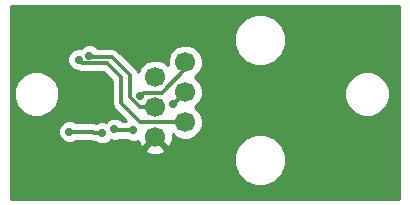
<source format=gbl>
G04 #@! TF.FileFunction,Copper,L2,Bot,Signal*
%FSLAX46Y46*%
G04 Gerber Fmt 4.6, Leading zero omitted, Abs format (unit mm)*
G04 Created by KiCad (PCBNEW 4.0.7) date 11/21/18 11:04:14*
%MOMM*%
%LPD*%
G01*
G04 APERTURE LIST*
%ADD10C,0.150000*%
%ADD11C,0.600000*%
%ADD12C,1.700000*%
%ADD13R,2.499360X2.499360*%
%ADD14C,0.700000*%
%ADD15C,0.300000*%
%ADD16C,0.254000*%
G04 APERTURE END LIST*
D10*
D11*
X138900000Y-94600000D03*
X138900000Y-95600000D03*
X138900000Y-96600000D03*
X138900000Y-97600000D03*
X137800000Y-97600000D03*
X136800000Y-97600000D03*
X137800000Y-96600000D03*
X136800000Y-96600000D03*
X137800000Y-95600000D03*
X136800000Y-95600000D03*
X137800000Y-94600000D03*
X136800000Y-94600000D03*
X136500000Y-104000000D03*
X137500000Y-104000000D03*
X136500000Y-105000000D03*
X137500000Y-105000000D03*
X136500000Y-106000000D03*
X137500000Y-106000000D03*
X136500000Y-107000000D03*
X137500000Y-107000000D03*
X138600000Y-107000000D03*
X138600000Y-106000000D03*
X138600000Y-105000000D03*
X138600000Y-104000000D03*
D12*
X148060000Y-103675000D03*
X148060000Y-101135000D03*
X148060000Y-98595000D03*
X150600000Y-99865000D03*
X150600000Y-97325000D03*
X150600000Y-102405000D03*
D11*
X162800000Y-93300000D03*
X163800000Y-93300000D03*
X162800000Y-94500000D03*
X163800000Y-94500000D03*
X162800000Y-95500000D03*
X163800000Y-95500000D03*
X162800000Y-96500000D03*
X163800000Y-96500000D03*
X162800000Y-97500000D03*
X162800000Y-98500000D03*
X162800000Y-99500000D03*
X162800000Y-100500000D03*
X162800000Y-101500000D03*
X162800000Y-102500000D03*
X162800000Y-103500000D03*
X163800000Y-103500000D03*
X162800000Y-104500000D03*
X163800000Y-104500000D03*
X162800000Y-105500000D03*
X163800000Y-105500000D03*
X162800000Y-106500000D03*
X163800000Y-106500000D03*
X161700000Y-106500000D03*
X160700000Y-106500000D03*
X161700000Y-105500000D03*
X160700000Y-105500000D03*
X161700000Y-104500000D03*
X160700000Y-104500000D03*
X161700000Y-103500000D03*
X160700000Y-103500000D03*
X161700000Y-102500000D03*
X160700000Y-102500000D03*
X161700000Y-101500000D03*
X160700000Y-101500000D03*
X161700000Y-100500000D03*
X160700000Y-100500000D03*
X161700000Y-99500000D03*
X160700000Y-99500000D03*
X161700000Y-98500000D03*
X160700000Y-98500000D03*
X161700000Y-97500000D03*
X160700000Y-97500000D03*
X161700000Y-96500000D03*
X160700000Y-96500000D03*
X161700000Y-95500000D03*
X160700000Y-95500000D03*
X161700000Y-94500000D03*
X160700000Y-94500000D03*
X161700000Y-93300000D03*
X160700000Y-93300000D03*
X164800000Y-93300000D03*
X165800000Y-93300000D03*
X164800000Y-94500000D03*
X165800000Y-94500000D03*
X164800000Y-95500000D03*
X165800000Y-95500000D03*
X164800000Y-96500000D03*
X165800000Y-96500000D03*
X164800000Y-103500000D03*
X165800000Y-103500000D03*
X164800000Y-104500000D03*
X165800000Y-104500000D03*
X164800000Y-105500000D03*
X165800000Y-105500000D03*
X164800000Y-106500000D03*
X165800000Y-106500000D03*
X167900000Y-106500000D03*
X166900000Y-106500000D03*
X167900000Y-105500000D03*
X166900000Y-105500000D03*
X167900000Y-104500000D03*
X166900000Y-104500000D03*
X167900000Y-103500000D03*
X166900000Y-103500000D03*
X167900000Y-96500000D03*
X166900000Y-96500000D03*
X167900000Y-95500000D03*
X166900000Y-95500000D03*
X167900000Y-94500000D03*
X166900000Y-94500000D03*
X167900000Y-93300000D03*
X166900000Y-93300000D03*
X143000000Y-100000000D03*
X143762000Y-99238000D03*
X142238000Y-99238000D03*
X143762000Y-100762000D03*
X142238000Y-100762000D03*
D13*
X143000000Y-100000000D03*
D14*
X142500000Y-96800000D03*
X141600000Y-97100000D03*
X146800000Y-100200000D03*
X143600000Y-103300000D03*
X140800000Y-103200000D03*
X149600000Y-100900000D03*
X146200000Y-103100000D03*
X144600000Y-103000000D03*
D15*
X146735000Y-101135000D02*
X148060000Y-101135000D01*
X145900000Y-100300000D02*
X146735000Y-101135000D01*
X145900000Y-98400000D02*
X145900000Y-100300000D01*
X144400000Y-96900000D02*
X145900000Y-98400000D01*
X142600000Y-96900000D02*
X144400000Y-96900000D01*
X142500000Y-96800000D02*
X142600000Y-96900000D01*
X150595000Y-102400000D02*
X150600000Y-102405000D01*
X146800000Y-102400000D02*
X150595000Y-102400000D01*
X145200000Y-100800000D02*
X146800000Y-102400000D01*
X145200000Y-98600000D02*
X145200000Y-100800000D01*
X144000000Y-97400000D02*
X145200000Y-98600000D01*
X141900000Y-97400000D02*
X144000000Y-97400000D01*
X141600000Y-97100000D02*
X141900000Y-97400000D01*
X150600000Y-97325000D02*
X150600000Y-97900000D01*
X150600000Y-97900000D02*
X148600000Y-99900000D01*
X147100000Y-99900000D02*
X146800000Y-100200000D01*
X148600000Y-99900000D02*
X147100000Y-99900000D01*
X142900000Y-103300000D02*
X143600000Y-103300000D01*
X142800000Y-103200000D02*
X142900000Y-103300000D01*
X140800000Y-103200000D02*
X142800000Y-103200000D01*
X149600000Y-100900000D02*
X150600000Y-99900000D01*
X150600000Y-99900000D02*
X150600000Y-99865000D01*
X144700000Y-103100000D02*
X146200000Y-103100000D01*
X144600000Y-103000000D02*
X144700000Y-103100000D01*
D16*
G36*
X168673000Y-108873000D02*
X135877000Y-108873000D01*
X135877000Y-106019054D01*
X154732616Y-106019054D01*
X155069423Y-106834189D01*
X155692530Y-107458386D01*
X156507077Y-107796615D01*
X157389054Y-107797384D01*
X158204189Y-107460577D01*
X158828386Y-106837470D01*
X159166615Y-106022923D01*
X159167384Y-105140946D01*
X158830577Y-104325811D01*
X158207470Y-103701614D01*
X157392923Y-103363385D01*
X156510946Y-103362616D01*
X155695811Y-103699423D01*
X155071614Y-104322530D01*
X154733385Y-105137077D01*
X154732616Y-106019054D01*
X135877000Y-106019054D01*
X135877000Y-104718958D01*
X147195647Y-104718958D01*
X147275920Y-104970259D01*
X147831279Y-105171718D01*
X148421458Y-105145315D01*
X148844080Y-104970259D01*
X148924353Y-104718958D01*
X148060000Y-103854605D01*
X147195647Y-104718958D01*
X135877000Y-104718958D01*
X135877000Y-103393485D01*
X139822830Y-103393485D01*
X139971256Y-103752703D01*
X140245851Y-104027778D01*
X140604810Y-104176830D01*
X140993485Y-104177170D01*
X141352703Y-104028744D01*
X141404537Y-103977000D01*
X142541512Y-103977000D01*
X142602655Y-104017854D01*
X142900000Y-104077000D01*
X142995162Y-104077000D01*
X143045851Y-104127778D01*
X143404810Y-104276830D01*
X143793485Y-104277170D01*
X144152703Y-104128744D01*
X144334238Y-103947526D01*
X144404810Y-103976830D01*
X144793485Y-103977170D01*
X145035915Y-103877000D01*
X145595162Y-103877000D01*
X145645851Y-103927778D01*
X146004810Y-104076830D01*
X146393485Y-104077170D01*
X146587912Y-103996834D01*
X146589685Y-104036458D01*
X146764741Y-104459080D01*
X147016042Y-104539353D01*
X147880395Y-103675000D01*
X147866253Y-103660858D01*
X148045858Y-103481253D01*
X148060000Y-103495395D01*
X148074143Y-103481253D01*
X148253748Y-103660858D01*
X148239605Y-103675000D01*
X149103958Y-104539353D01*
X149355259Y-104459080D01*
X149556718Y-103903721D01*
X149535491Y-103429250D01*
X149762254Y-103656409D01*
X150304918Y-103881743D01*
X150892505Y-103882256D01*
X151435560Y-103657870D01*
X151851409Y-103242746D01*
X152076743Y-102700082D01*
X152077256Y-102112495D01*
X151852870Y-101569440D01*
X151437746Y-101153591D01*
X151393537Y-101135234D01*
X151435560Y-101117870D01*
X151851409Y-100702746D01*
X151984751Y-100381622D01*
X164072666Y-100381622D01*
X164365416Y-101090132D01*
X164907017Y-101632678D01*
X165615014Y-101926665D01*
X166381622Y-101927334D01*
X167090132Y-101634584D01*
X167632678Y-101092983D01*
X167926665Y-100384986D01*
X167927334Y-99618378D01*
X167634584Y-98909868D01*
X167092983Y-98367322D01*
X166384986Y-98073335D01*
X165618378Y-98072666D01*
X164909868Y-98365416D01*
X164367322Y-98907017D01*
X164073335Y-99615014D01*
X164072666Y-100381622D01*
X151984751Y-100381622D01*
X152076743Y-100160082D01*
X152077256Y-99572495D01*
X151852870Y-99029440D01*
X151437746Y-98613591D01*
X151393537Y-98595234D01*
X151435560Y-98577870D01*
X151851409Y-98162746D01*
X152076743Y-97620082D01*
X152077256Y-97032495D01*
X151852870Y-96489440D01*
X151437746Y-96073591D01*
X150921085Y-95859054D01*
X154732616Y-95859054D01*
X155069423Y-96674189D01*
X155692530Y-97298386D01*
X156507077Y-97636615D01*
X157389054Y-97637384D01*
X158204189Y-97300577D01*
X158828386Y-96677470D01*
X159166615Y-95862923D01*
X159167384Y-94980946D01*
X158830577Y-94165811D01*
X158207470Y-93541614D01*
X157392923Y-93203385D01*
X156510946Y-93202616D01*
X155695811Y-93539423D01*
X155071614Y-94162530D01*
X154733385Y-94977077D01*
X154732616Y-95859054D01*
X150921085Y-95859054D01*
X150895082Y-95848257D01*
X150307495Y-95847744D01*
X149764440Y-96072130D01*
X149348591Y-96487254D01*
X149123257Y-97029918D01*
X149122786Y-97569024D01*
X148897746Y-97343591D01*
X148355082Y-97118257D01*
X147767495Y-97117744D01*
X147224440Y-97342130D01*
X146808591Y-97757254D01*
X146633178Y-98179694D01*
X146617854Y-98102655D01*
X146449422Y-97850578D01*
X144949422Y-96350578D01*
X144697345Y-96182146D01*
X144400000Y-96123000D01*
X143204664Y-96123000D01*
X143054149Y-95972222D01*
X142695190Y-95823170D01*
X142306515Y-95822830D01*
X141947297Y-95971256D01*
X141795118Y-96123170D01*
X141406515Y-96122830D01*
X141047297Y-96271256D01*
X140772222Y-96545851D01*
X140623170Y-96904810D01*
X140622830Y-97293485D01*
X140771256Y-97652703D01*
X141045851Y-97927778D01*
X141404810Y-98076830D01*
X141541437Y-98076950D01*
X141602655Y-98117854D01*
X141900000Y-98177000D01*
X143678156Y-98177000D01*
X144423000Y-98921844D01*
X144423000Y-100800000D01*
X144482146Y-101097345D01*
X144650578Y-101349422D01*
X145609822Y-102308666D01*
X145595463Y-102323000D01*
X145304664Y-102323000D01*
X145154149Y-102172222D01*
X144795190Y-102023170D01*
X144406515Y-102022830D01*
X144047297Y-102171256D01*
X143865762Y-102352474D01*
X143795190Y-102323170D01*
X143406515Y-102322830D01*
X143047297Y-102471256D01*
X143046516Y-102472035D01*
X142800000Y-102423000D01*
X141404838Y-102423000D01*
X141354149Y-102372222D01*
X140995190Y-102223170D01*
X140606515Y-102222830D01*
X140247297Y-102371256D01*
X139972222Y-102645851D01*
X139823170Y-103004810D01*
X139822830Y-103393485D01*
X135877000Y-103393485D01*
X135877000Y-100381622D01*
X136072666Y-100381622D01*
X136365416Y-101090132D01*
X136907017Y-101632678D01*
X137615014Y-101926665D01*
X138381622Y-101927334D01*
X139090132Y-101634584D01*
X139632678Y-101092983D01*
X139926665Y-100384986D01*
X139927334Y-99618378D01*
X139634584Y-98909868D01*
X139092983Y-98367322D01*
X138384986Y-98073335D01*
X137618378Y-98072666D01*
X136909868Y-98365416D01*
X136367322Y-98907017D01*
X136073335Y-99615014D01*
X136072666Y-100381622D01*
X135877000Y-100381622D01*
X135877000Y-92577000D01*
X168673000Y-92577000D01*
X168673000Y-108873000D01*
X168673000Y-108873000D01*
G37*
X168673000Y-108873000D02*
X135877000Y-108873000D01*
X135877000Y-106019054D01*
X154732616Y-106019054D01*
X155069423Y-106834189D01*
X155692530Y-107458386D01*
X156507077Y-107796615D01*
X157389054Y-107797384D01*
X158204189Y-107460577D01*
X158828386Y-106837470D01*
X159166615Y-106022923D01*
X159167384Y-105140946D01*
X158830577Y-104325811D01*
X158207470Y-103701614D01*
X157392923Y-103363385D01*
X156510946Y-103362616D01*
X155695811Y-103699423D01*
X155071614Y-104322530D01*
X154733385Y-105137077D01*
X154732616Y-106019054D01*
X135877000Y-106019054D01*
X135877000Y-104718958D01*
X147195647Y-104718958D01*
X147275920Y-104970259D01*
X147831279Y-105171718D01*
X148421458Y-105145315D01*
X148844080Y-104970259D01*
X148924353Y-104718958D01*
X148060000Y-103854605D01*
X147195647Y-104718958D01*
X135877000Y-104718958D01*
X135877000Y-103393485D01*
X139822830Y-103393485D01*
X139971256Y-103752703D01*
X140245851Y-104027778D01*
X140604810Y-104176830D01*
X140993485Y-104177170D01*
X141352703Y-104028744D01*
X141404537Y-103977000D01*
X142541512Y-103977000D01*
X142602655Y-104017854D01*
X142900000Y-104077000D01*
X142995162Y-104077000D01*
X143045851Y-104127778D01*
X143404810Y-104276830D01*
X143793485Y-104277170D01*
X144152703Y-104128744D01*
X144334238Y-103947526D01*
X144404810Y-103976830D01*
X144793485Y-103977170D01*
X145035915Y-103877000D01*
X145595162Y-103877000D01*
X145645851Y-103927778D01*
X146004810Y-104076830D01*
X146393485Y-104077170D01*
X146587912Y-103996834D01*
X146589685Y-104036458D01*
X146764741Y-104459080D01*
X147016042Y-104539353D01*
X147880395Y-103675000D01*
X147866253Y-103660858D01*
X148045858Y-103481253D01*
X148060000Y-103495395D01*
X148074143Y-103481253D01*
X148253748Y-103660858D01*
X148239605Y-103675000D01*
X149103958Y-104539353D01*
X149355259Y-104459080D01*
X149556718Y-103903721D01*
X149535491Y-103429250D01*
X149762254Y-103656409D01*
X150304918Y-103881743D01*
X150892505Y-103882256D01*
X151435560Y-103657870D01*
X151851409Y-103242746D01*
X152076743Y-102700082D01*
X152077256Y-102112495D01*
X151852870Y-101569440D01*
X151437746Y-101153591D01*
X151393537Y-101135234D01*
X151435560Y-101117870D01*
X151851409Y-100702746D01*
X151984751Y-100381622D01*
X164072666Y-100381622D01*
X164365416Y-101090132D01*
X164907017Y-101632678D01*
X165615014Y-101926665D01*
X166381622Y-101927334D01*
X167090132Y-101634584D01*
X167632678Y-101092983D01*
X167926665Y-100384986D01*
X167927334Y-99618378D01*
X167634584Y-98909868D01*
X167092983Y-98367322D01*
X166384986Y-98073335D01*
X165618378Y-98072666D01*
X164909868Y-98365416D01*
X164367322Y-98907017D01*
X164073335Y-99615014D01*
X164072666Y-100381622D01*
X151984751Y-100381622D01*
X152076743Y-100160082D01*
X152077256Y-99572495D01*
X151852870Y-99029440D01*
X151437746Y-98613591D01*
X151393537Y-98595234D01*
X151435560Y-98577870D01*
X151851409Y-98162746D01*
X152076743Y-97620082D01*
X152077256Y-97032495D01*
X151852870Y-96489440D01*
X151437746Y-96073591D01*
X150921085Y-95859054D01*
X154732616Y-95859054D01*
X155069423Y-96674189D01*
X155692530Y-97298386D01*
X156507077Y-97636615D01*
X157389054Y-97637384D01*
X158204189Y-97300577D01*
X158828386Y-96677470D01*
X159166615Y-95862923D01*
X159167384Y-94980946D01*
X158830577Y-94165811D01*
X158207470Y-93541614D01*
X157392923Y-93203385D01*
X156510946Y-93202616D01*
X155695811Y-93539423D01*
X155071614Y-94162530D01*
X154733385Y-94977077D01*
X154732616Y-95859054D01*
X150921085Y-95859054D01*
X150895082Y-95848257D01*
X150307495Y-95847744D01*
X149764440Y-96072130D01*
X149348591Y-96487254D01*
X149123257Y-97029918D01*
X149122786Y-97569024D01*
X148897746Y-97343591D01*
X148355082Y-97118257D01*
X147767495Y-97117744D01*
X147224440Y-97342130D01*
X146808591Y-97757254D01*
X146633178Y-98179694D01*
X146617854Y-98102655D01*
X146449422Y-97850578D01*
X144949422Y-96350578D01*
X144697345Y-96182146D01*
X144400000Y-96123000D01*
X143204664Y-96123000D01*
X143054149Y-95972222D01*
X142695190Y-95823170D01*
X142306515Y-95822830D01*
X141947297Y-95971256D01*
X141795118Y-96123170D01*
X141406515Y-96122830D01*
X141047297Y-96271256D01*
X140772222Y-96545851D01*
X140623170Y-96904810D01*
X140622830Y-97293485D01*
X140771256Y-97652703D01*
X141045851Y-97927778D01*
X141404810Y-98076830D01*
X141541437Y-98076950D01*
X141602655Y-98117854D01*
X141900000Y-98177000D01*
X143678156Y-98177000D01*
X144423000Y-98921844D01*
X144423000Y-100800000D01*
X144482146Y-101097345D01*
X144650578Y-101349422D01*
X145609822Y-102308666D01*
X145595463Y-102323000D01*
X145304664Y-102323000D01*
X145154149Y-102172222D01*
X144795190Y-102023170D01*
X144406515Y-102022830D01*
X144047297Y-102171256D01*
X143865762Y-102352474D01*
X143795190Y-102323170D01*
X143406515Y-102322830D01*
X143047297Y-102471256D01*
X143046516Y-102472035D01*
X142800000Y-102423000D01*
X141404838Y-102423000D01*
X141354149Y-102372222D01*
X140995190Y-102223170D01*
X140606515Y-102222830D01*
X140247297Y-102371256D01*
X139972222Y-102645851D01*
X139823170Y-103004810D01*
X139822830Y-103393485D01*
X135877000Y-103393485D01*
X135877000Y-100381622D01*
X136072666Y-100381622D01*
X136365416Y-101090132D01*
X136907017Y-101632678D01*
X137615014Y-101926665D01*
X138381622Y-101927334D01*
X139090132Y-101634584D01*
X139632678Y-101092983D01*
X139926665Y-100384986D01*
X139927334Y-99618378D01*
X139634584Y-98909868D01*
X139092983Y-98367322D01*
X138384986Y-98073335D01*
X137618378Y-98072666D01*
X136909868Y-98365416D01*
X136367322Y-98907017D01*
X136073335Y-99615014D01*
X136072666Y-100381622D01*
X135877000Y-100381622D01*
X135877000Y-92577000D01*
X168673000Y-92577000D01*
X168673000Y-108873000D01*
M02*

</source>
